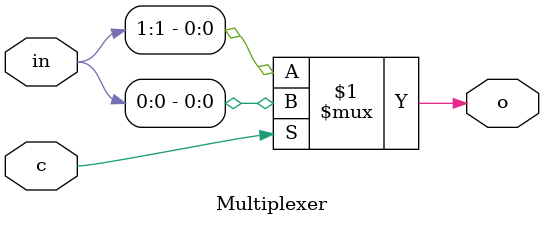
<source format=v>
`timescale 1ns / 1ps


module Multiplexer(input [1:0]in, input c, output o);
    
    assign o = c? in[0] : in[1];

endmodule

</source>
